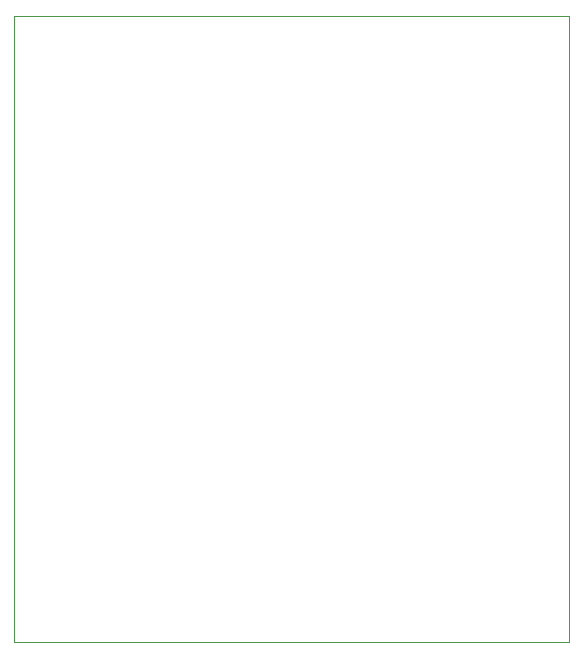
<source format=gbr>
%TF.GenerationSoftware,KiCad,Pcbnew,7.0.7*%
%TF.CreationDate,2023-12-11T18:46:51+01:00*%
%TF.ProjectId,projekt,70726f6a-656b-4742-9e6b-696361645f70,rev?*%
%TF.SameCoordinates,Original*%
%TF.FileFunction,Profile,NP*%
%FSLAX46Y46*%
G04 Gerber Fmt 4.6, Leading zero omitted, Abs format (unit mm)*
G04 Created by KiCad (PCBNEW 7.0.7) date 2023-12-11 18:46:51*
%MOMM*%
%LPD*%
G01*
G04 APERTURE LIST*
%TA.AperFunction,Profile*%
%ADD10C,0.050000*%
%TD*%
G04 APERTURE END LIST*
D10*
X42545000Y-27305000D02*
X89535000Y-27305000D01*
X89535000Y-80327500D01*
X42545000Y-80327500D01*
X42545000Y-27305000D01*
M02*

</source>
